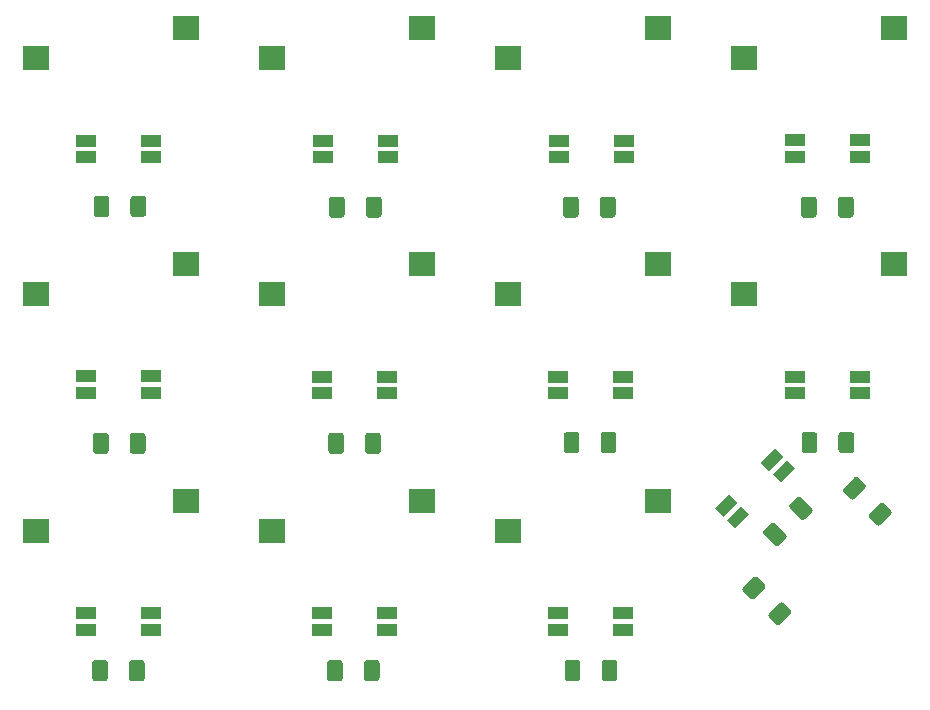
<source format=gbr>
%TF.GenerationSoftware,KiCad,Pcbnew,5.1.7-a382d34a8~88~ubuntu20.04.1*%
%TF.CreationDate,2021-03-20T14:16:57+01:00*%
%TF.ProjectId,WiFiDuck32,57694669-4475-4636-9b33-322e6b696361,2*%
%TF.SameCoordinates,Original*%
%TF.FileFunction,Paste,Bot*%
%TF.FilePolarity,Positive*%
%FSLAX46Y46*%
G04 Gerber Fmt 4.6, Leading zero omitted, Abs format (unit mm)*
G04 Created by KiCad (PCBNEW 5.1.7-a382d34a8~88~ubuntu20.04.1) date 2021-03-20 14:16:57*
%MOMM*%
%LPD*%
G01*
G04 APERTURE LIST*
%ADD10R,2.300000X2.000000*%
%ADD11R,1.700000X1.000000*%
%ADD12C,0.100000*%
G04 APERTURE END LIST*
D10*
%TO.C,SW1*%
X42711800Y-53888200D03*
X30011800Y-56428200D03*
%TD*%
D11*
%TO.C,LED1*%
X34261800Y-64788200D03*
X34261800Y-63388200D03*
X39761800Y-64788200D03*
X39761800Y-63388200D03*
%TD*%
%TO.C,LED2*%
X59773000Y-63388200D03*
X59773000Y-64788200D03*
X54273000Y-63388200D03*
X54273000Y-64788200D03*
%TD*%
%TO.C,LED3*%
X74258800Y-64788200D03*
X74258800Y-63388200D03*
X79758800Y-64788200D03*
X79758800Y-63388200D03*
%TD*%
%TO.C,LED4*%
X99744600Y-63362800D03*
X99744600Y-64762800D03*
X94244600Y-63362800D03*
X94244600Y-64762800D03*
%TD*%
%TO.C,LED5*%
X99731900Y-83374000D03*
X99731900Y-84774000D03*
X94231900Y-83374000D03*
X94231900Y-84774000D03*
%TD*%
%TO.C,LED6*%
X74233400Y-84774000D03*
X74233400Y-83374000D03*
X79733400Y-84774000D03*
X79733400Y-83374000D03*
%TD*%
%TO.C,LED7*%
X59747600Y-83374000D03*
X59747600Y-84774000D03*
X54247600Y-83374000D03*
X54247600Y-84774000D03*
%TD*%
%TO.C,LED8*%
X34261800Y-84761300D03*
X34261800Y-83361300D03*
X39761800Y-84761300D03*
X39761800Y-83361300D03*
%TD*%
%TO.C,LED9*%
X34236400Y-104797900D03*
X34236400Y-103397900D03*
X39736400Y-104797900D03*
X39736400Y-103397900D03*
%TD*%
%TO.C,LED10*%
X59760300Y-103385200D03*
X59760300Y-104785200D03*
X54260300Y-103385200D03*
X54260300Y-104785200D03*
%TD*%
%TO.C,LED11*%
X74233400Y-104785200D03*
X74233400Y-103385200D03*
X79733400Y-104785200D03*
X79733400Y-103385200D03*
%TD*%
%TO.C,R1*%
G36*
G01*
X100587954Y-94994839D02*
X101471839Y-94110954D01*
G75*
G02*
X101825391Y-94110954I176776J-176776D01*
G01*
X102391078Y-94676641D01*
G75*
G02*
X102391078Y-95030193I-176776J-176776D01*
G01*
X101507193Y-95914078D01*
G75*
G02*
X101153641Y-95914078I-176776J176776D01*
G01*
X100587954Y-95348391D01*
G75*
G02*
X100587954Y-94994839I176776J176776D01*
G01*
G37*
G36*
G01*
X98395922Y-92802807D02*
X99279807Y-91918922D01*
G75*
G02*
X99633359Y-91918922I176776J-176776D01*
G01*
X100199046Y-92484609D01*
G75*
G02*
X100199046Y-92838161I-176776J-176776D01*
G01*
X99315161Y-93722046D01*
G75*
G02*
X98961609Y-93722046I-176776J176776D01*
G01*
X98395922Y-93156359D01*
G75*
G02*
X98395922Y-92802807I176776J176776D01*
G01*
G37*
%TD*%
%TO.C,R2*%
G36*
G01*
X93882078Y-103475693D02*
X92998193Y-104359578D01*
G75*
G02*
X92644641Y-104359578I-176776J176776D01*
G01*
X92078954Y-103793891D01*
G75*
G02*
X92078954Y-103440339I176776J176776D01*
G01*
X92962839Y-102556454D01*
G75*
G02*
X93316391Y-102556454I176776J-176776D01*
G01*
X93882078Y-103122141D01*
G75*
G02*
X93882078Y-103475693I-176776J-176776D01*
G01*
G37*
G36*
G01*
X91690046Y-101283661D02*
X90806161Y-102167546D01*
G75*
G02*
X90452609Y-102167546I-176776J176776D01*
G01*
X89886922Y-101601859D01*
G75*
G02*
X89886922Y-101248307I176776J176776D01*
G01*
X90770807Y-100364422D01*
G75*
G02*
X91124359Y-100364422I176776J-176776D01*
G01*
X91690046Y-100930109D01*
G75*
G02*
X91690046Y-101283661I-176776J-176776D01*
G01*
G37*
%TD*%
D10*
%TO.C,SW2*%
X50023000Y-56428200D03*
X62723000Y-53888200D03*
%TD*%
%TO.C,SW3*%
X70008800Y-56428200D03*
X82708800Y-53888200D03*
%TD*%
%TO.C,SW4*%
X89994600Y-56402800D03*
X102694600Y-53862800D03*
%TD*%
%TO.C,SW5*%
X30011800Y-76401300D03*
X42711800Y-73861300D03*
%TD*%
%TO.C,SW6*%
X49997600Y-76414000D03*
X62697600Y-73874000D03*
%TD*%
%TO.C,SW7*%
X82683400Y-73874000D03*
X69983400Y-76414000D03*
%TD*%
%TO.C,SW8*%
X102681900Y-73874000D03*
X89981900Y-76414000D03*
%TD*%
%TO.C,SW9*%
X42686400Y-93897900D03*
X29986400Y-96437900D03*
%TD*%
%TO.C,SW10*%
X62710300Y-93885200D03*
X50010300Y-96425200D03*
%TD*%
%TO.C,SW11*%
X82683400Y-93885200D03*
X69983400Y-96425200D03*
%TD*%
%TO.C,C1*%
G36*
G01*
X36209000Y-68310998D02*
X36209000Y-69611002D01*
G75*
G02*
X35959002Y-69861000I-249998J0D01*
G01*
X35133998Y-69861000D01*
G75*
G02*
X34884000Y-69611002I0J249998D01*
G01*
X34884000Y-68310998D01*
G75*
G02*
X35133998Y-68061000I249998J0D01*
G01*
X35959002Y-68061000D01*
G75*
G02*
X36209000Y-68310998I0J-249998D01*
G01*
G37*
G36*
G01*
X39334000Y-68310998D02*
X39334000Y-69611002D01*
G75*
G02*
X39084002Y-69861000I-249998J0D01*
G01*
X38258998Y-69861000D01*
G75*
G02*
X38009000Y-69611002I0J249998D01*
G01*
X38009000Y-68310998D01*
G75*
G02*
X38258998Y-68061000I249998J0D01*
G01*
X39084002Y-68061000D01*
G75*
G02*
X39334000Y-68310998I0J-249998D01*
G01*
G37*
%TD*%
%TO.C,C2*%
G36*
G01*
X59273000Y-68374498D02*
X59273000Y-69674502D01*
G75*
G02*
X59023002Y-69924500I-249998J0D01*
G01*
X58197998Y-69924500D01*
G75*
G02*
X57948000Y-69674502I0J249998D01*
G01*
X57948000Y-68374498D01*
G75*
G02*
X58197998Y-68124500I249998J0D01*
G01*
X59023002Y-68124500D01*
G75*
G02*
X59273000Y-68374498I0J-249998D01*
G01*
G37*
G36*
G01*
X56148000Y-68374498D02*
X56148000Y-69674502D01*
G75*
G02*
X55898002Y-69924500I-249998J0D01*
G01*
X55072998Y-69924500D01*
G75*
G02*
X54823000Y-69674502I0J249998D01*
G01*
X54823000Y-68374498D01*
G75*
G02*
X55072998Y-68124500I249998J0D01*
G01*
X55898002Y-68124500D01*
G75*
G02*
X56148000Y-68374498I0J-249998D01*
G01*
G37*
%TD*%
%TO.C,C3*%
G36*
G01*
X75960000Y-68374498D02*
X75960000Y-69674502D01*
G75*
G02*
X75710002Y-69924500I-249998J0D01*
G01*
X74884998Y-69924500D01*
G75*
G02*
X74635000Y-69674502I0J249998D01*
G01*
X74635000Y-68374498D01*
G75*
G02*
X74884998Y-68124500I249998J0D01*
G01*
X75710002Y-68124500D01*
G75*
G02*
X75960000Y-68374498I0J-249998D01*
G01*
G37*
G36*
G01*
X79085000Y-68374498D02*
X79085000Y-69674502D01*
G75*
G02*
X78835002Y-69924500I-249998J0D01*
G01*
X78009998Y-69924500D01*
G75*
G02*
X77760000Y-69674502I0J249998D01*
G01*
X77760000Y-68374498D01*
G75*
G02*
X78009998Y-68124500I249998J0D01*
G01*
X78835002Y-68124500D01*
G75*
G02*
X79085000Y-68374498I0J-249998D01*
G01*
G37*
%TD*%
%TO.C,C4*%
G36*
G01*
X99228000Y-68374498D02*
X99228000Y-69674502D01*
G75*
G02*
X98978002Y-69924500I-249998J0D01*
G01*
X98152998Y-69924500D01*
G75*
G02*
X97903000Y-69674502I0J249998D01*
G01*
X97903000Y-68374498D01*
G75*
G02*
X98152998Y-68124500I249998J0D01*
G01*
X98978002Y-68124500D01*
G75*
G02*
X99228000Y-68374498I0J-249998D01*
G01*
G37*
G36*
G01*
X96103000Y-68374498D02*
X96103000Y-69674502D01*
G75*
G02*
X95853002Y-69924500I-249998J0D01*
G01*
X95027998Y-69924500D01*
G75*
G02*
X94778000Y-69674502I0J249998D01*
G01*
X94778000Y-68374498D01*
G75*
G02*
X95027998Y-68124500I249998J0D01*
G01*
X95853002Y-68124500D01*
G75*
G02*
X96103000Y-68374498I0J-249998D01*
G01*
G37*
%TD*%
%TO.C,C5*%
G36*
G01*
X96153000Y-88313498D02*
X96153000Y-89613502D01*
G75*
G02*
X95903002Y-89863500I-249998J0D01*
G01*
X95077998Y-89863500D01*
G75*
G02*
X94828000Y-89613502I0J249998D01*
G01*
X94828000Y-88313498D01*
G75*
G02*
X95077998Y-88063500I249998J0D01*
G01*
X95903002Y-88063500D01*
G75*
G02*
X96153000Y-88313498I0J-249998D01*
G01*
G37*
G36*
G01*
X99278000Y-88313498D02*
X99278000Y-89613502D01*
G75*
G02*
X99028002Y-89863500I-249998J0D01*
G01*
X98202998Y-89863500D01*
G75*
G02*
X97953000Y-89613502I0J249998D01*
G01*
X97953000Y-88313498D01*
G75*
G02*
X98202998Y-88063500I249998J0D01*
G01*
X99028002Y-88063500D01*
G75*
G02*
X99278000Y-88313498I0J-249998D01*
G01*
G37*
%TD*%
%TO.C,C6*%
G36*
G01*
X79148500Y-88313498D02*
X79148500Y-89613502D01*
G75*
G02*
X78898502Y-89863500I-249998J0D01*
G01*
X78073498Y-89863500D01*
G75*
G02*
X77823500Y-89613502I0J249998D01*
G01*
X77823500Y-88313498D01*
G75*
G02*
X78073498Y-88063500I249998J0D01*
G01*
X78898502Y-88063500D01*
G75*
G02*
X79148500Y-88313498I0J-249998D01*
G01*
G37*
G36*
G01*
X76023500Y-88313498D02*
X76023500Y-89613502D01*
G75*
G02*
X75773502Y-89863500I-249998J0D01*
G01*
X74948498Y-89863500D01*
G75*
G02*
X74698500Y-89613502I0J249998D01*
G01*
X74698500Y-88313498D01*
G75*
G02*
X74948498Y-88063500I249998J0D01*
G01*
X75773502Y-88063500D01*
G75*
G02*
X76023500Y-88313498I0J-249998D01*
G01*
G37*
%TD*%
%TO.C,C7*%
G36*
G01*
X56084500Y-88376998D02*
X56084500Y-89677002D01*
G75*
G02*
X55834502Y-89927000I-249998J0D01*
G01*
X55009498Y-89927000D01*
G75*
G02*
X54759500Y-89677002I0J249998D01*
G01*
X54759500Y-88376998D01*
G75*
G02*
X55009498Y-88127000I249998J0D01*
G01*
X55834502Y-88127000D01*
G75*
G02*
X56084500Y-88376998I0J-249998D01*
G01*
G37*
G36*
G01*
X59209500Y-88376998D02*
X59209500Y-89677002D01*
G75*
G02*
X58959502Y-89927000I-249998J0D01*
G01*
X58134498Y-89927000D01*
G75*
G02*
X57884500Y-89677002I0J249998D01*
G01*
X57884500Y-88376998D01*
G75*
G02*
X58134498Y-88127000I249998J0D01*
G01*
X58959502Y-88127000D01*
G75*
G02*
X59209500Y-88376998I0J-249998D01*
G01*
G37*
%TD*%
%TO.C,C8*%
G36*
G01*
X39284000Y-88376998D02*
X39284000Y-89677002D01*
G75*
G02*
X39034002Y-89927000I-249998J0D01*
G01*
X38208998Y-89927000D01*
G75*
G02*
X37959000Y-89677002I0J249998D01*
G01*
X37959000Y-88376998D01*
G75*
G02*
X38208998Y-88127000I249998J0D01*
G01*
X39034002Y-88127000D01*
G75*
G02*
X39284000Y-88376998I0J-249998D01*
G01*
G37*
G36*
G01*
X36159000Y-88376998D02*
X36159000Y-89677002D01*
G75*
G02*
X35909002Y-89927000I-249998J0D01*
G01*
X35083998Y-89927000D01*
G75*
G02*
X34834000Y-89677002I0J249998D01*
G01*
X34834000Y-88376998D01*
G75*
G02*
X35083998Y-88127000I249998J0D01*
G01*
X35909002Y-88127000D01*
G75*
G02*
X36159000Y-88376998I0J-249998D01*
G01*
G37*
%TD*%
%TO.C,C9*%
G36*
G01*
X36082000Y-107617498D02*
X36082000Y-108917502D01*
G75*
G02*
X35832002Y-109167500I-249998J0D01*
G01*
X35006998Y-109167500D01*
G75*
G02*
X34757000Y-108917502I0J249998D01*
G01*
X34757000Y-107617498D01*
G75*
G02*
X35006998Y-107367500I249998J0D01*
G01*
X35832002Y-107367500D01*
G75*
G02*
X36082000Y-107617498I0J-249998D01*
G01*
G37*
G36*
G01*
X39207000Y-107617498D02*
X39207000Y-108917502D01*
G75*
G02*
X38957002Y-109167500I-249998J0D01*
G01*
X38131998Y-109167500D01*
G75*
G02*
X37882000Y-108917502I0J249998D01*
G01*
X37882000Y-107617498D01*
G75*
G02*
X38131998Y-107367500I249998J0D01*
G01*
X38957002Y-107367500D01*
G75*
G02*
X39207000Y-107617498I0J-249998D01*
G01*
G37*
%TD*%
%TO.C,C10*%
G36*
G01*
X59096000Y-107617498D02*
X59096000Y-108917502D01*
G75*
G02*
X58846002Y-109167500I-249998J0D01*
G01*
X58020998Y-109167500D01*
G75*
G02*
X57771000Y-108917502I0J249998D01*
G01*
X57771000Y-107617498D01*
G75*
G02*
X58020998Y-107367500I249998J0D01*
G01*
X58846002Y-107367500D01*
G75*
G02*
X59096000Y-107617498I0J-249998D01*
G01*
G37*
G36*
G01*
X55971000Y-107617498D02*
X55971000Y-108917502D01*
G75*
G02*
X55721002Y-109167500I-249998J0D01*
G01*
X54895998Y-109167500D01*
G75*
G02*
X54646000Y-108917502I0J249998D01*
G01*
X54646000Y-107617498D01*
G75*
G02*
X54895998Y-107367500I249998J0D01*
G01*
X55721002Y-107367500D01*
G75*
G02*
X55971000Y-107617498I0J-249998D01*
G01*
G37*
%TD*%
%TO.C,C11*%
G36*
G01*
X76100500Y-107617498D02*
X76100500Y-108917502D01*
G75*
G02*
X75850502Y-109167500I-249998J0D01*
G01*
X75025498Y-109167500D01*
G75*
G02*
X74775500Y-108917502I0J249998D01*
G01*
X74775500Y-107617498D01*
G75*
G02*
X75025498Y-107367500I249998J0D01*
G01*
X75850502Y-107367500D01*
G75*
G02*
X76100500Y-107617498I0J-249998D01*
G01*
G37*
G36*
G01*
X79225500Y-107617498D02*
X79225500Y-108917502D01*
G75*
G02*
X78975502Y-109167500I-249998J0D01*
G01*
X78150498Y-109167500D01*
G75*
G02*
X77900500Y-108917502I0J249998D01*
G01*
X77900500Y-107617498D01*
G75*
G02*
X78150498Y-107367500I249998J0D01*
G01*
X78975502Y-107367500D01*
G75*
G02*
X79225500Y-107617498I0J-249998D01*
G01*
G37*
%TD*%
%TO.C,C12*%
G36*
G01*
X94776191Y-93598067D02*
X95695433Y-94517309D01*
G75*
G02*
X95695433Y-94870859I-176775J-176775D01*
G01*
X95112067Y-95454225D01*
G75*
G02*
X94758517Y-95454225I-176775J176775D01*
G01*
X93839275Y-94534983D01*
G75*
G02*
X93839275Y-94181433I176775J176775D01*
G01*
X94422641Y-93598067D01*
G75*
G02*
X94776191Y-93598067I176775J-176775D01*
G01*
G37*
G36*
G01*
X92566483Y-95807775D02*
X93485725Y-96727017D01*
G75*
G02*
X93485725Y-97080567I-176775J-176775D01*
G01*
X92902359Y-97663933D01*
G75*
G02*
X92548809Y-97663933I-176775J176775D01*
G01*
X91629567Y-96744691D01*
G75*
G02*
X91629567Y-96391141I176775J176775D01*
G01*
X92212933Y-95807775D01*
G75*
G02*
X92566483Y-95807775I176775J-176775D01*
G01*
G37*
%TD*%
D12*
%TO.C,LED12*%
G36*
X89194445Y-96236113D02*
G01*
X88487338Y-95529006D01*
X89689419Y-94326925D01*
X90396526Y-95034032D01*
X89194445Y-96236113D01*
G37*
G36*
X88204496Y-95246164D02*
G01*
X87497389Y-94539057D01*
X88699470Y-93336976D01*
X89406577Y-94044083D01*
X88204496Y-95246164D01*
G37*
G36*
X93083532Y-92347026D02*
G01*
X92376425Y-91639919D01*
X93578506Y-90437838D01*
X94285613Y-91144945D01*
X93083532Y-92347026D01*
G37*
G36*
X92093583Y-91357077D02*
G01*
X91386476Y-90649970D01*
X92588557Y-89447889D01*
X93295664Y-90154996D01*
X92093583Y-91357077D01*
G37*
%TD*%
M02*

</source>
